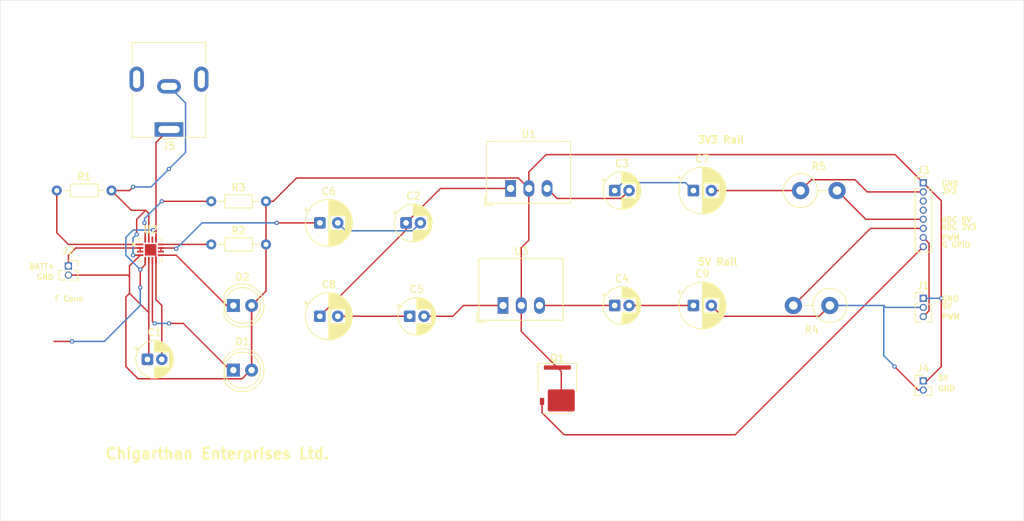
<source format=kicad_pcb>
(kicad_pcb (version 20241229) (generator "pcbnew") (generator_version "9.0")
  (layers (0 "F.Cu" signal) (2 "B.Cu" signal) (13 "F.Paste" user) (15 "B.Paste" user) (5 "F.SilkS" user "F.Silkscreen") (7 "B.SilkS" user "B.Silkscreen") (1 "F.Mask" user) (3 "B.Mask" user) (25 "Edge.Cuts" user))
  (net 0 "")
  (net 1 "GND")
  (net 2 "Net-(U1-OUT)")
  (net 3 "Net-(U1-IN)")
  (net 4 "Net-(U2-ILIM)")
  (net 5 "Net-(C1-Pad2)")
  (net 6 "Net-(D2-K)")
  (net 7 "Net-(C2-Pad2)")
  (net 8 "Net-(U2-ISET)")
  (net 9 "Net-(U2-TS)")
  (net 10 "Net-(C3-Pad1)")
  (net 11 "Net-(U3-OUT)")
  (net 12 "Net-(D1-K)")
  (net 14 "Net-(C4-Pad2)")
  (net 15 "Net-(U3-IN)")
  (net 16 "Net-(C5-Pad1)")
  (net 17 "Net-(C6-Pad1)")
  (net 18 "/Power ESP32")
  (net 19 "/Servo PWM")
  (net 20 "Net-(J1-Pin_2)")
  (net 21 "Net-(J2-Pin_1)")
  (net 23 "/NMOS G")
  (net 24 "/ADC Readings for 3.3V")
  (net 25 "/ADC Readings for 5V")
  (net 27 "Net-(J5-L)")
  (footprint "Capacitor_THT:CP_Radial_D5.0mm_P2.00mm" (layer "F.Cu") (at 108.5 116)
    (property "Reference" "C1" (at 1 -3.75 0) (layer "F.SilkS"))
    (property "Value" "1 micro farad capacitor")
    (pad "1" thru_hole roundrect (at 0 0) (size 1.6 1.6) (drill 0.8) (layers "*.Cu" "*.Mask") (roundrect_rratio 0.15625) (net 1 "GND"))
    (pad "2" thru_hole circle (at 2 0) (size 1.6 1.6) (drill 0.8) (layers "*.Cu" "*.Mask") (net 5 "Net-(C1-Pad2)"))
  )
  (footprint "Connector_BarrelJack:BarrelJack_CUI_PJ-063AH_Horizontal" (layer "F.Cu") (at 111.5 84 180)
    (property "Reference" "J5" (at 0 -2.3 0) (layer "F.SilkS"))
    (property "Value" "Conn_Receptacle_2P")
    (pad "" np_thru_hole circle (at 0 9 180) (size 1.6 1.6) (drill 1.6) (layers "*.Cu" "*.Mask"))
    (pad "1" thru_hole rect (at 0 0 180) (size 4 2) (drill oval 3 1) (layers "*.Cu" "*.Mask") (net 27 "Net-(J5-L)"))
    (pad "2" thru_hole oval (at 0 6 180) (size 3.3 2) (drill oval 2.3 1) (layers "*.Cu" "*.Mask") (net 1 "GND"))
    (pad "MP" thru_hole oval (at -4.5 7 180) (size 2 3.5) (drill oval 1 2.5) (layers "*.Cu" "*.Mask"))
    (pad "MP" thru_hole oval (at 4.5 7 180) (size 2 3.5) (drill oval 1 2.5) (layers "*.Cu" "*.Mask"))
  )
  (footprint "Capacitor_THT:CP_Radial_D5.0mm_P2.00mm" (layer "F.Cu") (at 173.544888 92.5)
    (property "Reference" "C3" (at 1 -3.75 0) (layer "F.SilkS"))
    (property "Value" "0.1 uF")
    (pad "1" thru_hole roundrect (at 0 0) (size 1.6 1.6) (drill 0.8) (layers "*.Cu" "*.Mask") (roundrect_rratio 0.15625) (net 10 "Net-(C3-Pad1)"))
    (pad "2" thru_hole circle (at 2 0) (size 1.6 1.6) (drill 0.8) (layers "*.Cu" "*.Mask") (net 2 "Net-(U1-OUT)"))
  )
  (footprint "Package_DFN_QFN:VQFN-16-1EP_3x3mm_P0.5mm_EP1.6x1.6mm" (layer "F.Cu") (at 108.9375 100.75)
    (property "Reference" "U2" (at 0 -2.83 0) (layer "F.SilkS"))
    (property "Value" "BQ24079RGT")
    (pad "1" smd roundrect (at -1.4375 -0.75) (size 0.875 0.25) (layers "F.Cu" "F.Mask" "F.Paste") (net 9 "Net-(U2-TS)"))
    (pad "2" smd roundrect (at -1.4375 -0.25) (size 0.875 0.25) (layers "F.Cu" "F.Mask" "F.Paste") (net 21 "Net-(J2-Pin_1)"))
    (pad "3" smd roundrect (at -1.4375 0.25) (size 0.875 0.25) (layers "F.Cu" "F.Mask" "F.Paste") (net 21 "Net-(J2-Pin_1)"))
    (pad "4" smd roundrect (at -1.4375 0.75) (size 0.875 0.25) (layers "F.Cu" "F.Mask" "F.Paste") (net 1 "GND"))
    (pad "5" smd roundrect (at -0.75 1.4375) (size 0.25 0.875) (layers "F.Cu" "F.Mask" "F.Paste") (net 27 "Net-(J5-L)"))
    (pad "6" smd roundrect (at -0.25 1.4375) (size 0.25 0.875) (layers "F.Cu" "F.Mask" "F.Paste") (net 1 "GND"))
    (pad "7" smd roundrect (at 0.25 1.4375) (size 0.25 0.875) (layers "F.Cu" "F.Mask" "F.Paste") (net 12 "Net-(D1-K)"))
    (pad "8" smd roundrect (at 0.75 1.4375) (size 0.25 0.875) (layers "F.Cu" "F.Mask" "F.Paste") (net 5 "Net-(C1-Pad2)"))
    (pad "9" smd roundrect (at 1.4375 0.75) (size 0.875 0.25) (layers "F.Cu" "F.Mask" "F.Paste") (net 6 "Net-(D2-K)"))
    (pad "10" smd roundrect (at 1.4375 0.25) (size 0.875 0.25) (layers "F.Cu" "F.Mask" "F.Paste") (net 17 "Net-(C6-Pad1)"))
    (pad "11" smd roundrect (at 1.4375 -0.25) (size 0.875 0.25) (layers "F.Cu" "F.Mask" "F.Paste") (net 17 "Net-(C6-Pad1)"))
    (pad "12" smd roundrect (at 1.4375 -0.75) (size 0.875 0.25) (layers "F.Cu" "F.Mask" "F.Paste") (net 4 "Net-(U2-ILIM)"))
    (pad "13" smd roundrect (at 0.75 -1.4375) (size 0.25 0.875) (layers "F.Cu" "F.Mask" "F.Paste") (net 27 "Net-(J5-L)"))
    (pad "14" smd roundrect (at 0.25 -1.4375) (size 0.25 0.875) (layers "F.Cu" "F.Mask" "F.Paste"))
    (pad "15" smd roundrect (at -0.25 -1.4375) (size 0.25 0.875) (layers "F.Cu" "F.Mask" "F.Paste") (net 1 "GND"))
    (pad "16" smd roundrect (at -0.75 -1.4375) (size 0.25 0.875) (layers "F.Cu" "F.Mask" "F.Paste") (net 8 "Net-(U2-ISET)"))
    (pad "17" smd rect (at 0 0) (size 1.6 1.6) (property pad_prop_heatsink) (layers "F.Cu" "F.Mask") (net 5 "Net-(C1-Pad2)"))
  )
  (footprint "Transistor_Power:GaN_Systems_GaNPX-3_5x6.6mm_Drain3.76x0.6mm" (layer "F.Cu") (at 165.56 120.0475)
    (property "Reference" "Q1" (at 0 -4.21 0) (layer "F.SilkS"))
    (property "Value" "NMOS")
    (pad "1" smd roundrect (at 0 -2.91) (size 3.76 0.6) (layers "F.Cu" "F.Mask" "F.Paste") (net 1 "GND"))
    (pad "2" smd roundrect (at -2.13 1.81) (size 0.6 1) (layers "F.Cu" "F.Mask" "F.Paste") (net 23 "/NMOS G"))
    (pad "3" smd roundrect (at 0.55 1.67) (size 3.76 3.07) (layers "F.Cu" "F.Mask") (roundrect_rratio 0.08143322476) (net 1 "GND"))
  )
  (footprint "Connector_PinHeader_1.27mm:PinHeader_1x08_P1.27mm_Vertical" (layer "F.Cu") (at 216.5 91.42)
    (property "Reference" "J3" (at 0 -1.745 0) (layer "F.SilkS"))
    (property "Value" "Conn_01x08_Pin" (hide yes))
    (pad "1" thru_hole rect (at 0 0) (size 1 1) (drill 0.65) (layers "*.Cu" "*.Mask") (net 1 "GND"))
    (pad "2" thru_hole circle (at 0 1.27) (size 1 1) (drill 0.65) (layers "*.Cu" "*.Mask") (net 18 "/Power ESP32"))
    (pad "3" thru_hole circle (at 0 2.54) (size 1 1) (drill 0.65) (layers "*.Cu" "*.Mask"))
    (pad "4" thru_hole circle (at 0 3.81) (size 1 1) (drill 0.65) (layers "*.Cu" "*.Mask"))
    (pad "5" thru_hole circle (at 0 5.08) (size 1 1) (drill 0.65) (layers "*.Cu" "*.Mask") (net 24 "/ADC Readings for 3.3V"))
    (pad "6" thru_hole circle (at 0 6.35) (size 1 1) (drill 0.65) (layers "*.Cu" "*.Mask") (net 25 "/ADC Readings for 5V"))
    (pad "7" thru_hole circle (at 0 7.62) (size 1 1) (drill 0.65) (layers "*.Cu" "*.Mask") (net 19 "/Servo PWM"))
    (pad "8" thru_hole circle (at 0 8.89) (size 1 1) (drill 0.65) (layers "*.Cu" "*.Mask") (net 23 "/NMOS G"))
  )
  (footprint "Capacitor_THT:CP_Radial_D5.0mm_P2.00mm" (layer "F.Cu") (at 144.5 97)
    (property "Reference" "C2" (at 1 -3.75 0) (layer "F.SilkS"))
    (property "Value" "0.1 uF")
    (pad "1" thru_hole roundrect (at 0 0) (size 1.6 1.6) (drill 0.8) (layers "*.Cu" "*.Mask") (roundrect_rratio 0.15625) (net 3 "Net-(U1-IN)"))
    (pad "2" thru_hole circle (at 2 0) (size 1.6 1.6) (drill 0.8) (layers "*.Cu" "*.Mask") (net 7 "Net-(C2-Pad2)"))
  )
  (footprint "Capacitor_THT:CP_Radial_D6.3mm_P2.50mm" (layer "F.Cu") (at 132.5 110)
    (property "Reference" "C8" (at 1.25 -4.4 0) (layer "F.SilkS"))
    (property "Value" "15 uF polarized")
    (pad "1" thru_hole roundrect (at 0 0) (size 1.6 1.6) (drill 0.8) (layers "*.Cu" "*.Mask") (roundrect_rratio 0.15625) (net 3 "Net-(U1-IN)"))
    (pad "2" thru_hole circle (at 2.5 0) (size 1.6 1.6) (drill 0.8) (layers "*.Cu" "*.Mask") (net 16 "Net-(C5-Pad1)"))
  )
  (footprint "LED_THT:LED_D5.0mm" (layer "F.Cu") (at 120.46 108.5)
    (property "Reference" "D2" (at 1.27 -3.96 0) (layer "F.SilkS"))
    (property "Value" "LED")
    (pad "1" thru_hole rect (at 0 0) (size 1.8 1.8) (drill 0.9) (layers "*.Cu" "*.Mask") (net 6 "Net-(D2-K)"))
    (pad "2" thru_hole circle (at 2.54 0) (size 1.8 1.8) (drill 0.9) (layers "*.Cu" "*.Mask") (net 1 "GND"))
  )
  (footprint "Converter_DCDC:Converter_DCDC_RECOM_R-78E-0.5_THT" (layer "F.Cu") (at 158 108.5)
    (property "Reference" "U3" (at 2.54 -7.56 0) (layer "F.SilkS"))
    (property "Value" "R-78C5.0-1.0")
    (pad "1" thru_hole rect (at 0 0) (size 1.5 2.3) (drill 1) (layers "*.Cu" "*.Mask") (net 15 "Net-(U3-IN)"))
    (pad "2" thru_hole oval (at 2.54 0) (size 1.5 2.3) (drill 1) (layers "*.Cu" "*.Mask") (net 1 "GND"))
    (pad "3" thru_hole oval (at 5.08 0) (size 1.5 2.3) (drill 1) (layers "*.Cu" "*.Mask") (net 11 "Net-(U3-OUT)"))
  )
  (footprint "Connector_PinHeader_1.27mm:PinHeader_1x03_P1.27mm_Vertical" (layer "F.Cu") (at 216.5 107.5)
    (property "Reference" "J1" (at 0 -1.745 0) (layer "F.SilkS"))
    (property "Value" "Conn_01x03_Pin")
    (pad "1" thru_hole rect (at 0 0) (size 1 1) (drill 0.65) (layers "*.Cu" "*.Mask") (net 1 "GND"))
    (pad "2" thru_hole circle (at 0 1.27) (size 1 1) (drill 0.65) (layers "*.Cu" "*.Mask") (net 20 "Net-(J1-Pin_2)"))
    (pad "3" thru_hole circle (at 0 2.54) (size 1 1) (drill 0.65) (layers "*.Cu" "*.Mask") (net 19 "/Servo PWM"))
  )
  (footprint "Connector_PinHeader_1.27mm:PinHeader_1x02_P1.27mm_Vertical" (layer "F.Cu") (at 216.5 119)
    (property "Reference" "J4" (at 0 -1.745 0) (layer "F.SilkS"))
    (property "Value" "Conn_01x02_Pin")
    (pad "1" thru_hole rect (at 0 0) (size 1 1) (drill 0.65) (layers "*.Cu" "*.Mask") (net 1 "GND"))
    (pad "2" thru_hole circle (at 0 1.27) (size 1 1) (drill 0.65) (layers "*.Cu" "*.Mask") (net 20 "Net-(J1-Pin_2)"))
  )
  (footprint "Resistor_THT:R_Axial_DIN0414_L11.9mm_D4.5mm_P5.08mm_Vertical" (layer "F.Cu") (at 203.5 108.5 180)
    (property "Reference" "R4" (at 2.54 -3.37 0) (layer "F.SilkS"))
    (property "Value" "R")
    (pad "1" thru_hole circle (at 0 0 180) (size 2.4 2.4) (drill 1.2) (layers "*.Cu" "*.Mask") (net 20 "Net-(J1-Pin_2)"))
    (pad "2" thru_hole circle (at 5.08 0 180) (size 2.4 2.4) (drill 1.2) (layers "*.Cu" "*.Mask") (net 25 "/ADC Readings for 5V"))
  )
  (footprint "Capacitor_THT:CP_Radial_D5.0mm_P2.00mm" (layer "F.Cu") (at 173.544888 108.5)
    (property "Reference" "C4" (at 1 -3.75 0) (layer "F.SilkS"))
    (property "Value" "0.1 uF")
    (pad "1" thru_hole roundrect (at 0 0) (size 1.6 1.6) (drill 0.8) (layers "*.Cu" "*.Mask") (roundrect_rratio 0.15625) (net 11 "Net-(U3-OUT)"))
    (pad "2" thru_hole circle (at 2 0) (size 1.6 1.6) (drill 0.8) (layers "*.Cu" "*.Mask") (net 14 "Net-(C4-Pad2)"))
  )
  (footprint "Capacitor_THT:CP_Radial_D6.3mm_P2.50mm" (layer "F.Cu") (at 184.5 108.5)
    (property "Reference" "C9" (at 1.25 -4.4 0) (layer "F.SilkS"))
    (property "Value" "15 uF polarized")
    (pad "1" thru_hole roundrect (at 0 0) (size 1.6 1.6) (drill 0.8) (layers "*.Cu" "*.Mask") (roundrect_rratio 0.15625) (net 14 "Net-(C4-Pad2)"))
    (pad "2" thru_hole circle (at 2.5 0) (size 1.6 1.6) (drill 0.8) (layers "*.Cu" "*.Mask") (net 20 "Net-(J1-Pin_2)"))
  )
  (footprint "Resistor_THT:R_Axial_DIN0204_L3.6mm_D1.6mm_P7.62mm_Horizontal" (layer "F.Cu") (at 95.88 92.5)
    (property "Reference" "R1" (at 3.81 -1.92 0) (layer "F.SilkS"))
    (property "Value" "10k Ohms")
    (pad "1" thru_hole circle (at 0 0) (size 1.4 1.4) (drill 0.7) (layers "*.Cu" "*.Mask") (net 9 "Net-(U2-TS)"))
    (pad "2" thru_hole circle (at 7.62 0) (size 1.4 1.4) (drill 0.7) (layers "*.Cu" "*.Mask") (net 1 "GND"))
  )
  (footprint "LED_THT:LED_D5.0mm" (layer "F.Cu") (at 120.46 117.5)
    (property "Reference" "D1" (at 1.27 -3.96 0) (layer "F.SilkS"))
    (property "Value" "LED")
    (pad "1" thru_hole rect (at 0 0) (size 1.8 1.8) (drill 0.9) (layers "*.Cu" "*.Mask") (net 12 "Net-(D1-K)"))
    (pad "2" thru_hole circle (at 2.54 0) (size 1.8 1.8) (drill 0.9) (layers "*.Cu" "*.Mask") (net 1 "GND"))
  )
  (footprint "Resistor_THT:R_Axial_DIN0204_L3.6mm_D1.6mm_P7.62mm_Horizontal" (layer "F.Cu") (at 117.38 94)
    (property "Reference" "R3" (at 3.81 -1.92 0) (layer "F.SilkS"))
    (property "Value" "700 ohm resistor")
    (pad "1" thru_hole circle (at 0 0) (size 1.4 1.4) (drill 0.7) (layers "*.Cu" "*.Mask") (net 8 "Net-(U2-ISET)"))
    (pad "2" thru_hole circle (at 7.62 0) (size 1.4 1.4) (drill 0.7) (layers "*.Cu" "*.Mask") (net 1 "GND"))
  )
  (footprint "Connector_PinSocket_1.27mm:PinSocket_1x02_P1.27mm_Vertical" (layer "F.Cu") (at 97.5 103)
    (property "Reference" "J2" (at 0 -2.135 0) (layer "F.SilkS"))
    (property "Value" "Conn_01x02_Socket")
    (pad "1" thru_hole rect (at 0 0) (size 1 1) (drill 0.7) (layers "*.Cu" "*.Mask") (net 21 "Net-(J2-Pin_1)"))
    (pad "2" thru_hole circle (at 0 1.27) (size 1 1) (drill 0.7) (layers "*.Cu" "*.Mask") (net 1 "GND"))
  )
  (footprint "Capacitor_THT:CP_Radial_D5.0mm_P2.00mm" (layer "F.Cu") (at 145 110)
    (property "Reference" "C5" (at 1 -3.75 0) (layer "F.SilkS"))
    (property "Value" "0.1 uF")
    (pad "1" thru_hole roundrect (at 0 0) (size 1.6 1.6) (drill 0.8) (layers "*.Cu" "*.Mask") (roundrect_rratio 0.15625) (net 16 "Net-(C5-Pad1)"))
    (pad "2" thru_hole circle (at 2 0) (size 1.6 1.6) (drill 0.8) (layers "*.Cu" "*.Mask") (net 15 "Net-(U3-IN)"))
  )
  (footprint "Capacitor_THT:CP_Radial_D6.3mm_P2.50mm" (layer "F.Cu") (at 184.5 92.5)
    (property "Reference" "C7" (at 1.25 -4.4 0) (layer "F.SilkS"))
    (property "Value" "15 uF polarized")
    (pad "1" thru_hole roundrect (at 0 0) (size 1.6 1.6) (drill 0.8) (layers "*.Cu" "*.Mask") (roundrect_rratio 0.15625) (net 10 "Net-(C3-Pad1)"))
    (pad "2" thru_hole circle (at 2.5 0) (size 1.6 1.6) (drill 0.8) (layers "*.Cu" "*.Mask") (net 18 "/Power ESP32"))
  )
  (footprint "Converter_DCDC:Converter_DCDC_RECOM_R-78E-0.5_THT" (layer "F.Cu") (at 159.0525 92.2075)
    (property "Reference" "U1" (at 2.54 -7.56 0) (layer "F.SilkS"))
    (property "Value" "R-78C3.3-1.0")
    (pad "1" thru_hole rect (at 0 0) (size 1.5 2.3) (drill 1) (layers "*.Cu" "*.Mask") (net 3 "Net-(U1-IN)"))
    (pad "2" thru_hole oval (at 2.54 0) (size 1.5 2.3) (drill 1) (layers "*.Cu" "*.Mask") (net 1 "GND"))
    (pad "3" thru_hole oval (at 5.08 0) (size 1.5 2.3) (drill 1) (layers "*.Cu" "*.Mask") (net 2 "Net-(U1-OUT)"))
  )
  (footprint "Resistor_THT:R_Axial_DIN0204_L3.6mm_D1.6mm_P7.62mm_Horizontal" (layer "F.Cu") (at 117.38 100)
    (property "Reference" "R2" (at 3.81 -1.92 0) (layer "F.SilkS"))
    (property "Value" "1.25k Ohm")
    (pad "1" thru_hole circle (at 0 0) (size 1.4 1.4) (drill 0.7) (layers "*.Cu" "*.Mask") (net 4 "Net-(U2-ILIM)"))
    (pad "2" thru_hole circle (at 7.62 0) (size 1.4 1.4) (drill 0.7) (layers "*.Cu" "*.Mask") (net 1 "GND"))
  )
  (footprint "Resistor_THT:R_Axial_DIN0414_L11.9mm_D4.5mm_P5.08mm_Vertical" (layer "F.Cu") (at 199.42 92.5)
    (property "Reference" "R5" (at 2.54 -3.37 0) (layer "F.SilkS"))
    (property "Value" "R")
    (pad "1" thru_hole circle (at 0 0) (size 2.4 2.4) (drill 1.2) (layers "*.Cu" "*.Mask") (net 18 "/Power ESP32"))
    (pad "2" thru_hole circle (at 5.08 0) (size 2.4 2.4) (drill 1.2) (layers "*.Cu" "*.Mask") (net 24 "/ADC Readings for 3.3V"))
  )
  (footprint "Capacitor_THT:CP_Radial_D6.3mm_P2.50mm" (layer "F.Cu") (at 132.5 97)
    (property "Reference" "C6" (at 1.25 -4.4 0) (layer "F.SilkS"))
    (property "Value" "15 uF polarized")
    (pad "1" thru_hole roundrect (at 0 0) (size 1.6 1.6) (drill 0.8) (layers "*.Cu" "*.Mask") (roundrect_rratio 0.15625) (net 17 "Net-(C6-Pad1)"))
    (pad "2" thru_hole circle (at 2.5 0) (size 1.6 1.6) (drill 0.8) (layers "*.Cu" "*.Mask") (net 7 "Net-(C2-Pad2)"))
  )
  (gr_rect (start 88 66) (end 230.5 138.5) (stroke (width 0.05)) (fill no) (layer "Edge.Cuts"))
  (gr_text "5V" (at 219 109 0) (layer "F.SilkS") (effects (font (size 0.75 0.75) (thickness 0.15) (bold yes)) (justify left bottom)))
  (gr_text "PWM" (at 219 110.5 0) (layer "F.SilkS") (effects (font (size 0.75 0.75) (thickness 0.15) (bold yes)) (justify left bottom)))
  (gr_text "BATT+" (at 92 103.5 0) (layer "F.SilkS") (effects (font (size 0.75 0.75) (thickness 0.15) (bold yes)) (justify left bottom)))
  (gr_text "Chigarthan Enterprises Ltd. " (at 102.5 130 0) (layer "F.SilkS") (effects (font (size 1.5 1.5) (thickness 0.3) (bold yes)) (justify left bottom)))
  (gr_text "F Conn" (at 95.5 108 0) (layer "F.SilkS") (effects (font (size 0.75 0.75) (thickness 0.15) (bold yes)) (justify left bottom)))
  (gr_text "GND" (at 93 105 0) (layer "F.SilkS") (effects (font (size 0.75 0.75) (thickness 0.15) (bold yes)) (justify left bottom)))
  (gr_text "5V" (at 218.5 119 0) (layer "F.SilkS") (effects (font (size 0.75 0.75) (thickness 0.15) (bold yes)) (justify left bottom)))
  (gr_text "ADC 5V" (at 219 97 0) (layer "F.SilkS") (effects (font (size 0.75 0.75) (thickness 0.15) (bold yes)) (justify left bottom)))
  (gr_text "GND" (at 219 108 0) (layer "F.SilkS") (effects (font (size 0.75 0.75) (thickness 0.15) (bold yes)) (justify left bottom)))
  (gr_text "ADC 3V3" (at 219 98 0) (layer "F.SilkS") (effects (font (size 0.75 0.75) (thickness 0.15) (bold yes)) (justify left bottom)))
  (gr_text "G GPIO" (at 219 100.5 0) (layer "F.SilkS") (effects (font (size 0.75 0.75) (thickness 0.15) (bold yes)) (justify left bottom)))
  (gr_text "GND" (at 218.5 120.5 0) (layer "F.SilkS") (effects (font (size 0.75 0.75) (thickness 0.15) (bold yes)) (justify left bottom)))
  (gr_text "3V3 Rail" (at 185 86 0) (layer "F.SilkS") (effects (font (size 1 1) (thickness 0.2) (bold yes)) (justify left bottom)))
  (gr_text "3V3" (at 219 93 0) (layer "F.SilkS") (effects (font (size 0.75 0.75) (thickness 0.15) (bold yes)) (justify left bottom)))
  (gr_text "GND" (at 219 92 0) (layer "F.SilkS") (effects (font (size 0.75 0.75) (thickness 0.15) (bold yes)) (justify left bottom)))
  (gr_text "5V Rail" (at 185 103 0) (layer "F.SilkS") (effects (font (size 1 1) (thickness 0.2) (bold yes)) (justify left bottom)))
  (gr_text "PWM" (at 219 99.5 0) (layer "F.SilkS") (effects (font (size 0.75 0.75) (thickness 0.15) (bold yes)) (justify left bottom)))
  (segment (start 161.5925 99.4075) (end 160.5 100.5) (width 0.2) (layer "F.Cu") (net 1))
  (segment (start 103.5 92.5) (end 106.25 95.25) (width 0.2) (layer "F.Cu") (net 1))
  (segment (start 108.6875 99.3125) (end 108.6875 95.6875) (width 0.2) (layer "F.Cu") (net 1))
  (segment (start 108.5 116) (end 108.6875 115.8125) (width 0.2) (layer "F.Cu") (net 1))
  (segment (start 160.5 100.5) (end 160.54 100.54) (width 0.2) (layer "F.Cu") (net 1))
  (segment (start 106 104.5) (end 106 106.8125) (width 0.2) (layer "F.Cu") (net 1))
  (segment (start 107.201 118.701) (end 105.5 117) (width 0.2) (layer "F.Cu") (net 1))
  (segment (start 160.1415 90.7565) (end 129.2435 90.7565) (width 0.2) (layer "F.Cu") (net 1))
  (segment (start 212.58 87.5) (end 164 87.5) (width 0.2) (layer "F.Cu") (net 1))
  (segment (start 219 107.5) (end 219 117) (width 0.2) (layer "F.Cu") (net 1))
  (segment (start 161.5925 92.2075) (end 160.1415 90.7565) (width 0.2) (layer "F.Cu") (net 1))
  (segment (start 106 92.5) (end 103.5 92.5) (width 0.2) (layer "F.Cu") (net 1))
  (segment (start 164 87.5) (end 161.5925 89.9075) (width 0.2) (layer "F.Cu") (net 1))
  (segment (start 126 94) (end 125 94) (width 0.2) (layer "F.Cu") (net 1))
  (segment (start 216.5 91.42) (end 212.58 87.5) (width 0.2) (layer "F.Cu") (net 1))
  (segment (start 107 96.5) (end 108.25 95.25) (width 0.2) (layer "F.Cu") (net 1))
  (segment (start 106.5 92) (end 106 92.5) (width 0.2) (layer "F.Cu") (net 1))
  (segment (start 161.5925 92.2075) (end 161.5925 99.4075) (width 0.2) (layer "F.Cu") (net 1))
  (segment (start 160.54 108.5) (end 160.54 112.1175) (width 0.2) (layer "F.Cu") (net 1))
  (segment (start 166.11 117.6875) (end 165.56 117.1375) (width 0.2) (layer "F.Cu") (net 1))
  (segment (start 108.6875 109.5) (end 108.6875 102.1875) (width 0.2) (layer "F.Cu") (net 1))
  (segment (start 97.5 104.27) (end 105.77 104.27) (width 0.2) (layer "F.Cu") (net 1))
  (segment (start 107 98.6) (end 107 96.5) (width 0.2) (layer "F.Cu") (net 1))
  (segment (start 121.661 118.701) (end 107.201 118.701) (width 0.2) (layer "F.Cu") (net 1))
  (segment (start 129.2435 90.7565) (end 126 94) (width 0.2) (layer "F.Cu") (net 1))
  (segment (start 105.5 107.3125) (end 106 106.8125) (width 0.2) (layer "F.Cu") (net 1))
  (segment (start 123 108.5) (end 123 117.5) (width 0.2) (layer "F.Cu") (net 1))
  (segment (start 161.5925 89.9075) (end 161.5925 92.2075) (width 0.2) (layer "F.Cu") (net 1))
  (segment (start 217 119) (end 216.5 119) (width 0.2) (layer "F.Cu") (net 1))
  (segment (start 107.5 101.5) (end 106 103) (width 0.2) (layer "F.Cu") (net 1))
  (segment (start 160.54 100.54) (end 160.54 108.5) (width 0.2) (layer "F.Cu") (net 1))
  (segment (start 125 100) (end 125 106.5) (width 0.2) (layer "F.Cu") (net 1))
  (segment (start 160.54 112.1175) (end 165.56 117.1375) (width 0.2) (layer "F.Cu") (net 1))
  (segment (start 108.6875 95.6875) (end 108.25 95.25) (width 0.2) (layer "F.Cu") (net 1))
  (segment (start 106 106.8125) (end 108.6875 109.5) (width 0.2) (layer "F.Cu") (net 1))
  (segment (start 166.11 121.7175) (end 166.11 117.6875) (width 0.2) (layer "F.Cu") (net 1))
  (segment (start 219 93.92) (end 219 107.5) (width 0.2) (layer "F.Cu") (net 1))
  (segment (start 125 94) (end 125 100) (width 0.2) (layer "F.Cu") (net 1))
  (segment (start 219 117) (end 217 119) (width 0.2) (layer "F.Cu") (net 1))
  (segment (start 123 108.5) (end 123 117.362) (width 0.2) (layer "F.Cu") (net 1))
  (segment (start 108.6875 115.8125) (end 108.6875 109.5) (width 0.2) (layer "F.Cu") (net 1))
  (segment (start 105.77 104.27) (end 106 104.5) (width 0.2) (layer "F.Cu") (net 1))
  (segment (start 123 117.362) (end 121.661 118.701) (width 0.2) (layer "F.Cu") (net 1))
  (segment (start 105.5 117) (end 105.5 107.3125) (width 0.2) (layer "F.Cu") (net 1))
  (segment (start 125 106.5) (end 123 108.5) (width 0.2) (layer "F.Cu") (net 1))
  (segment (start 107.5 101.5) (end 106.5 101.5) (width 0.2) (layer "F.Cu") (net 1))
  (segment (start 106.25 95.25) (end 108.25 95.25) (width 0.2) (layer "F.Cu") (net 1))
  (segment (start 106 103) (end 106 104.5) (width 0.2) (layer "F.Cu") (net 1))
  (segment (start 216.5 91.42) (end 219 93.92) (width 0.2) (layer "F.Cu") (net 1))
  (via (at 106.5 101.5) (size 0.6) (drill 0.3) (layers "F.Cu" "B.Cu") (net 1))
  (via (at 107 98.6) (size 0.6) (drill 0.3) (layers "F.Cu" "B.Cu") (net 1))
  (via (at 111.5 89.5) (size 0.6) (drill 0.3) (layers "F.Cu" "B.Cu") (net 1))
  (via (at 219 107.5) (size 0.6) (drill 0.3) (layers "F.Cu" "B.Cu") (net 1))
  (via (at 106.5 92) (size 0.6) (drill 0.3) (layers "F.Cu" "B.Cu") (net 1))
  (segment (start 106.5 101.5) (end 106.5 99.1) (width 0.2) (layer "B.Cu") (net 1))
  (segment (start 106.5 99.1) (end 107 98.6) (width 0.2) (layer "B.Cu") (net 1))
  (segment (start 216.5 107.5) (end 219 107.5) (width 0.2) (layer "B.Cu") (net 1))
  (segment (start 111.5 89.5) (end 109 92) (width 0.2) (layer "B.Cu") (net 1))
  (segment (start 111.5 78) (end 113.801 80.301) (width 0.2) (layer "B.Cu") (net 1))
  (segment (start 113.801 87.199) (end 111.5 89.5) (width 0.2) (layer "B.Cu") (net 1))
  (segment (start 113.801 80.301) (end 113.801 87.199) (width 0.2) (layer "B.Cu") (net 1))
  (segment (start 109 92) (end 106.5 92) (width 0.2) (layer "B.Cu") (net 1))
  (segment (start 165.526 93.601) (end 164.1325 92.2075) (width 0.2) (layer "F.Cu") (net 2))
  (segment (start 174.443888 93.601) (end 165.526 93.601) (width 0.2) (layer "F.Cu") (net 2))
  (segment (start 175.544888 92.5) (end 174.443888 93.601) (width 0.2) (layer "F.Cu") (net 2))
  (segment (start 144.5 98) (end 132.5 110) (width 0.2) (layer "F.Cu") (net 3))
  (segment (start 149.2925 92.2075) (end 144.5 97) (width 0.2) (layer "F.Cu") (net 3))
  (segment (start 159.0525 92.2075) (end 149.2925 92.2075) (width 0.2) (layer "F.Cu") (net 3))
  (segment (start 144.5 97) (end 144.5 98) (width 0.2) (layer "F.Cu") (net 3))
  (segment (start 117.38 100) (end 110.375 100) (width 0.2) (layer "F.Cu") (net 4))
  (segment (start 110.5 116) (end 110.5 108.5) (width 0.2) (layer "F.Cu") (net 5))
  (segment (start 110.5 108.5) (end 109.6875 107.6875) (width 0.2) (layer "F.Cu") (net 5))
  (segment (start 109.6875 102.1875) (end 109.6365 102.1365) (width 0.2) (layer "F.Cu") (net 5))
  (segment (start 109.6365 101.449) (end 108.9375 100.75) (width 0.2) (layer "F.Cu") (net 5))
  (segment (start 109.6365 102.1365) (end 109.6365 101.449) (width 0.2) (layer "F.Cu") (net 5))
  (segment (start 109.6875 107.6875) (end 109.6875 102.1875) (width 0.2) (layer "F.Cu") (net 5))
  (segment (start 109.6875 102.1875) (end 109.6875 102.5) (width 0.2) (layer "F.Cu") (net 5))
  (segment (start 112.5 101.5) (end 110.375 101.5) (width 0.2) (layer "F.Cu") (net 6))
  (segment (start 120.46 108.5) (end 119.5 108.5) (width 0.2) (layer "F.Cu") (net 6))
  (segment (start 119.5 108.5) (end 112.5 101.5) (width 0.2) (layer "F.Cu") (net 6))
  (segment (start 136.101 98.101) (end 145.399 98.101) (width 0.2) (layer "B.Cu") (net 7))
  (segment (start 145.399 98.101) (end 146.5 97) (width 0.2) (layer "B.Cu") (net 7))
  (segment (start 135 97) (end 136.101 98.101) (width 0.2) (layer "B.Cu") (net 7))
  (segment (start 108.1875 97.1) (end 108.0875 97) (width 0.2) (layer "F.Cu") (net 8))
  (segment (start 110.5 94) (end 117.38 94) (width 0.2) (layer "F.Cu") (net 8))
  (segment (start 108.1875 99.3125) (end 108.1875 97.1) (width 0.2) (layer "F.Cu") (net 8))
  (via (at 108.0875 97) (size 0.6) (drill 0.3) (layers "F.Cu" "B.Cu") (net 8))
  (via (at 110.5 94) (size 0.6) (drill 0.3) (layers "F.Cu" "B.Cu") (net 8))
  (segment (start 108.0875 97) (end 108.0875 96.4125) (width 0.2) (layer "B.Cu") (net 8))
  (segment (start 108.0875 96.4125) (end 110.5 94) (width 0.2) (layer "B.Cu") (net 8))
  (segment (start 95.88 98.38) (end 95.88 92.5) (width 0.2) (layer "F.Cu") (net 9))
  (segment (start 107.5 100) (end 97.5 100) (width 0.2) (layer "F.Cu") (net 9))
  (segment (start 97.5 100) (end 95.88 98.38) (width 0.2) (layer "F.Cu") (net 9))
  (segment (start 174.645888 91.399) (end 183.399 91.399) (width 0.2) (layer "B.Cu") (net 10))
  (segment (start 183.399 91.399) (end 184.5 92.5) (width 0.2) (layer "B.Cu") (net 10))
  (segment (start 173.544888 92.5) (end 174.645888 91.399) (width 0.2) (layer "B.Cu") (net 10))
  (segment (start 173.544888 108.5) (end 163.08 108.5) (width 0.2) (layer "F.Cu") (net 11))
  (segment (start 113.5 111) (end 111.5 111) (width 0.2) (layer "F.Cu") (net 12))
  (segment (start 109.5 111) (end 109.1875 110.6875) (width 0.2) (layer "F.Cu") (net 12))
  (segment (start 120.46 117.5) (end 120 117.5) (width 0.2) (layer "F.Cu") (net 12))
  (segment (start 120 117.5) (end 113.5 111) (width 0.2) (layer "F.Cu") (net 12))
  (segment (start 109.1875 110.6875) (end 109.1875 102.1875) (width 0.2) (layer "F.Cu") (net 12))
  (via (at 111.5 111) (size 0.6) (drill 0.3) (layers "F.Cu" "B.Cu") (net 12))
  (via (at 109.5 111) (size 0.6) (drill 0.3) (layers "F.Cu" "B.Cu") (net 12))
  (segment (start 111.5 111) (end 109.5 111) (width 0.2) (layer "B.Cu") (net 12))
  (segment (start 184.5 108.5) (end 175.544888 108.5) (width 0.2) (layer "F.Cu") (net 14))
  (segment (start 152.5 108.5) (end 151 110) (width 0.2) (layer "F.Cu") (net 15))
  (segment (start 158 108.5) (end 152.5 108.5) (width 0.2) (layer "F.Cu") (net 15))
  (segment (start 151 110) (end 147 110) (width 0.2) (layer "F.Cu") (net 15))
  (segment (start 135 110) (end 145 110) (width 0.2) (layer "F.Cu") (net 16))
  (segment (start 110.375 100.5) (end 110.375 101) (width 0.2) (layer "F.Cu") (net 17))
  (segment (start 110.375 100.5) (end 112.4 100.5) (width 0.2) (layer "F.Cu") (net 17))
  (segment (start 112.4 100.5) (end 112.5 100.6) (width 0.2) (layer "F.Cu") (net 17))
  (segment (start 132.5 97) (end 126.5 97) (width 0.2) (layer "F.Cu") (net 17))
  (via (at 112.5 100.6) (size 0.6) (drill 0.3) (layers "F.Cu" "B.Cu") (net 17))
  (via (at 126.5 97) (size 0.6) (drill 0.3) (layers "F.Cu" "B.Cu") (net 17))
  (segment (start 116.1 97) (end 112.5 100.6) (width 0.2) (layer "B.Cu") (net 17))
  (segment (start 126.5 97) (end 116.1 97) (width 0.2) (layer "B.Cu") (net 17))
  (segment (start 208.69 92.69) (end 206.999 90.999) (width 0.2) (layer "F.Cu") (net 18))
  (segment (start 216.5 92.69) (end 208.69 92.69) (width 0.2) (layer "F.Cu") (net 18))
  (segment (start 199.42 92.5) (end 187 92.5) (width 0.2) (layer "F.Cu") (net 18))
  (segment (start 206.999 90.999) (end 200.921 90.999) (width 0.2) (layer "F.Cu") (net 18))
  (segment (start 200.921 90.999) (end 199.42 92.5) (width 0.2) (layer "F.Cu") (net 18))
  (segment (start 216.5 110.04) (end 217.301 109.239) (width 0.2) (layer "F.Cu") (net 19))
  (segment (start 217.301 99.841) (end 216.5 99.04) (width 0.2) (layer "F.Cu") (net 19))
  (segment (start 217.301 109.239) (end 217.301 99.841) (width 0.2) (layer "F.Cu") (net 19))
  (segment (start 212.5 117) (end 215.77 120.27) (width 0.2) (layer "F.Cu") (net 20))
  (segment (start 201.999 110.001) (end 203.5 108.5) (width 0.2) (layer "F.Cu") (net 20))
  (segment (start 215.77 120.27) (end 216.5 120.27) (width 0.2) (layer "F.Cu") (net 20))
  (segment (start 187 108.5) (end 188.501 110.001) (width 0.2) (layer "F.Cu") (net 20))
  (segment (start 188.501 110.001) (end 201.999 110.001) (width 0.2) (layer "F.Cu") (net 20))
  (via (at 212.5 117) (size 0.6) (drill 0.3) (layers "F.Cu" "B.Cu") (net 20))
  (segment (start 211 115.477106) (end 212.5 116.977106) (width 0.2) (layer "B.Cu") (net 20))
  (segment (start 216.5 120.27) (end 215.792894 120.27) (width 0.2) (layer "B.Cu") (net 20))
  (segment (start 216.23 108.5) (end 216.5 108.77) (width 0.2) (layer "B.Cu") (net 20))
  (segment (start 211.27 108.77) (end 211 108.5) (width 0.2) (layer "B.Cu") (net 20))
  (segment (start 203.5 108.5) (end 211 108.5) (width 0.2) (layer "B.Cu") (net 20))
  (segment (start 212.5 116.977106) (end 212.5 117) (width 0.2) (layer "B.Cu") (net 20))
  (segment (start 211 115.477106) (end 211 108.5) (width 0.2) (layer "B.Cu") (net 20))
  (segment (start 216.5 108.77) (end 211.27 108.77) (width 0.2) (layer "B.Cu") (net 20))
  (segment (start 97.5 103) (end 97.5 101.5) (width 0.2) (layer "F.Cu") (net 21))
  (segment (start 107.5 101) (end 107.5 100.5) (width 0.2) (layer "F.Cu") (net 21))
  (segment (start 97.5 101.5) (end 98.5 100.5) (width 0.2) (layer "F.Cu") (net 21))
  (segment (start 98.5 100.5) (end 107.5 100.5) (width 0.2) (layer "F.Cu") (net 21))
  (segment (start 163.43 123.43) (end 163.43 121.8575) (width 0.2) (layer "F.Cu") (net 23))
  (segment (start 190.31 126.5) (end 166.5 126.5) (width 0.2) (layer "F.Cu") (net 23))
  (segment (start 166.5 126.5) (end 163.43 123.43) (width 0.2) (layer "F.Cu") (net 23))
  (segment (start 216.5 100.31) (end 190.31 126.5) (width 0.2) (layer "F.Cu") (net 23))
  (segment (start 204.5 92.5) (end 208.5 96.5) (width 0.2) (layer "F.Cu") (net 24))
  (segment (start 208.5 96.5) (end 216.5 96.5) (width 0.2) (layer "F.Cu") (net 24))
  (segment (start 209.15 97.77) (end 216.5 97.77) (width 0.2) (layer "F.Cu") (net 25))
  (segment (start 198.42 108.5) (end 209.15 97.77) (width 0.2) (layer "F.Cu") (net 25))
  (segment (start 108.1875 102.8125) (end 107.5 103.5) (width 0.2) (layer "F.Cu") (net 27))
  (segment (start 98 113.5) (end 95.5 113.5) (width 0.2) (layer "F.Cu") (net 27))
  (segment (start 108.1875 102.1875) (end 108.1875 102.8125) (width 0.2) (layer "F.Cu") (net 27))
  (segment (start 109.6875 85.8125) (end 109.6875 99.3125) (width 0.2) (layer "F.Cu") (net 27))
  (segment (start 107.5 103.5) (end 107.5 106) (width 0.2) (layer "F.Cu") (net 27))
  (segment (start 109.6875 98.4) (end 109.2875 98) (width 0.2) (layer "F.Cu") (net 27))
  (segment (start 109.6875 99.3125) (end 109.6875 98.4) (width 0.2) (layer "F.Cu") (net 27))
  (segment (start 111.5 84) (end 109.6875 85.8125) (width 0.2) (layer "F.Cu") (net 27))
  (via (at 107.5 103.5) (size 0.6) (drill 0.3) (layers "F.Cu" "B.Cu") (net 27))
  (via (at 107.5 106) (size 0.6) (drill 0.3) (layers "F.Cu" "B.Cu") (net 27))
  (via (at 98 113.5) (size 0.6) (drill 0.3) (layers "F.Cu" "B.Cu") (net 27))
  (via (at 109.2875 98) (size 0.6) (drill 0.3) (layers "F.Cu" "B.Cu") (net 27))
  (segment (start 105.5 99) (end 106.5 98) (width 0.2) (layer "B.Cu") (net 27))
  (segment (start 107.5 108.5) (end 103 113) (width 0.2) (layer "B.Cu") (net 27))
  (segment (start 107.5 103.5) (end 105.5 101.5) (width 0.2) (layer "B.Cu") (net 27))
  (segment (start 107.5 106) (end 107.5 108.5) (width 0.2) (layer "B.Cu") (net 27))
  (segment (start 106.5 98) (end 109.5 98) (width 0.2) (layer "B.Cu") (net 27))
  (segment (start 102.5 113.5) (end 98 113.5) (width 0.2) (layer "B.Cu") (net 27))
  (segment (start 103 113) (end 102.5 113.5) (width 0.2) (layer "B.Cu") (net 27))
  (segment (start 105.5 101.5) (end 105.5 99) (width 0.2) (layer "B.Cu") (net 27))
)
</source>
